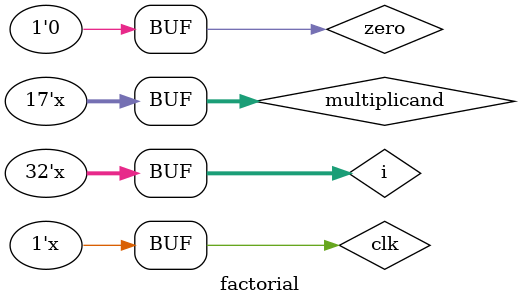
<source format=v>
module factorial ();
parameter N = 15;
 reg [16:0] multiplier,multiplicand;
 wire [33:0] outputfor_each_stage;


integer i; //index for loops
reg clk;
reg zero;

initial begin
clk = 1;
i=2;
multiplier = 2;
multiplicand =1;
zero = 0;
end


always 
begin
 #5 clk <= ~clk;
  end

  booth  dut(.multiplier(multiplier), .multiplicand(multiplicand) , .clk(clk) ,.sum(outputfor_each_stage));
always @ (outputfor_each_stage) begin

if(i<N+1) begin
 i= i+1;
  multiplier = {zero,outputfor_each_stage[15:0]};
  multiplicand = i;
   
end



end



endmodule

</source>
